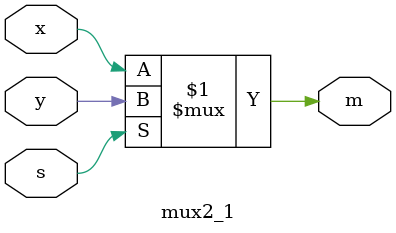
<source format=v>
module part3(clock, reset, ParallelLoadn, RotateRight, ASRight, Data_IN, Q);


input[7:0] Data_IN;

input clock, ParallelLoadn, RotateRight, reset, ASRight;

output [7:0] Q;


wire w1;


subc C1(.l(Q[1]), .r(Q[7]),.D(Data_IN[0]), .loadn(ParallelLoadn), .LoadLeft(RotateRight),  .clk(clock), .reset(reset), .Q(Q[0]));
subc C2(.l(Q[2]), .r(Q[0]),.D(Data_IN[1]), .loadn(ParallelLoadn), .LoadLeft(RotateRight), .clk(clock), .reset(reset), .Q(Q[1]));
subc C3(.l(Q[3]), .r(Q[1]),.D(Data_IN[2]), .loadn(ParallelLoadn), .LoadLeft(RotateRight), .clk(clock), .reset(reset), .Q(Q[2]));
subc C4(.l(Q[4]), .r(Q[2]),.D(Data_IN[3]), .loadn(ParallelLoadn), .LoadLeft(RotateRight), .clk(clock), .reset(reset), .Q(Q[3]));
subc C5(.l(Q[5]), .r(Q[3]),.D(Data_IN[4]), .loadn(ParallelLoadn), .LoadLeft(RotateRight), .clk(clock), .reset(reset), .Q(Q[4]));
subc C6(.l(Q[6]), .r(Q[4]),.D(Data_IN[5]), .loadn(ParallelLoadn), .LoadLeft(RotateRight), .clk(clock), .reset(reset), .Q(Q[5]));
subc C7(.l(Q[7]), .r(Q[5]),.D(Data_IN[6]), .loadn(ParallelLoadn), .LoadLeft(RotateRight), .clk(clock),.reset(reset), .Q(Q[6]));
subc C8(.l(w1), .r(Q[6]), .LoadLeft(RotateRight), .D(Data_IN[7]), .loadn(ParallelLoadn), .clk(clock), .reset(reset), .Q(Q[7]));


mux2_1 M3(Q[0],Q[7], ASRight, w1);



endmodule




module ff(Clk, R, q, d);
input Clk;
input R;
input d;
output reg q;

always @(posedge Clk)
	begin 
		if(R == 1)
		q <= 0;
		else
		q <= d; 
	end
endmodule


module subc(r, l, LoadLeft,clk, reset, Q , D, loadn);

input r, l, LoadLeft, D, loadn, clk, reset;
output Q;
wire x;
wire y;

mux2_1 m1(.x(r), .y(l), .s(LoadLeft), .m(x));
mux2_1 m2(.x(D), .y(x), .s(loadn), .m(y));

  ff ff1(.Clk(clk), .R(reset), .q(Q), .d(y));

endmodule



module mux2_1(x, y, s, m);

output m;
input x;
input y;
input s;

assign m = s ? y:x;

endmodule






</source>
